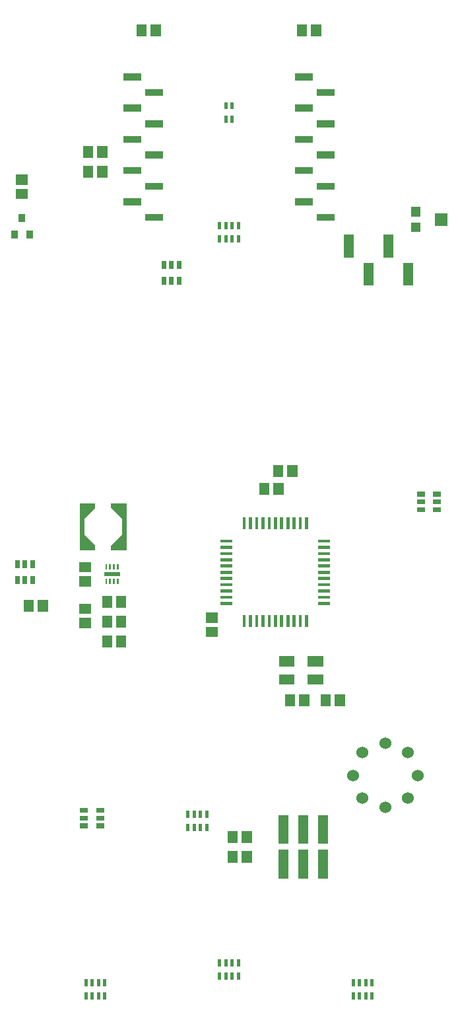
<source format=gbr>
G04 start of page 10 for group -4015 idx -4015 *
G04 Title: (unknown), toppaste *
G04 Creator: pcb 20140316 *
G04 CreationDate: Thu 09 Feb 2017 01:57:55 AM GMT UTC *
G04 For: railfan *
G04 Format: Gerber/RS-274X *
G04 PCB-Dimensions (mil): 2750.00 5500.00 *
G04 PCB-Coordinate-Origin: lower left *
%MOIN*%
%FSLAX25Y25*%
%LNTOPPASTE*%
%ADD138R,0.0350X0.0350*%
%ADD137C,0.0600*%
%ADD136R,0.0500X0.0500*%
%ADD135R,0.0340X0.0340*%
%ADD134C,0.0001*%
%ADD133R,0.0230X0.0230*%
%ADD132R,0.0197X0.0197*%
%ADD131R,0.0098X0.0098*%
%ADD130R,0.0512X0.0512*%
%ADD129R,0.0240X0.0240*%
%ADD128R,0.0630X0.0630*%
%ADD127R,0.0470X0.0470*%
%ADD126R,0.0167X0.0167*%
%ADD125R,0.0157X0.0157*%
G54D125*X145252Y243028D02*Y238602D01*
X148401Y243028D02*Y238602D01*
X151551Y243028D02*Y238602D01*
X154700Y243028D02*Y238602D01*
X157850Y243028D02*Y238602D01*
X161000Y243028D02*Y238602D01*
X164149Y243028D02*Y238602D01*
X167299Y243028D02*Y238602D01*
X170448Y243028D02*Y238602D01*
X173598Y243028D02*Y238602D01*
X176748Y243028D02*Y238602D01*
X183472Y249752D02*X187898D01*
X183472Y252901D02*X187898D01*
X183472Y256051D02*X187898D01*
X183472Y259200D02*X187898D01*
X183472Y262350D02*X187898D01*
X183472Y265500D02*X187898D01*
X183472Y268649D02*X187898D01*
X183472Y271799D02*X187898D01*
X183472Y274948D02*X187898D01*
X183472Y278098D02*X187898D01*
X183472Y281248D02*X187898D01*
X176748Y292398D02*Y287972D01*
X173599Y292398D02*Y287972D01*
X170449Y292398D02*Y287972D01*
X167300Y292398D02*Y287972D01*
X164150Y292398D02*Y287972D01*
X161000Y292398D02*Y287972D01*
X157851Y292398D02*Y287972D01*
X154701Y292398D02*Y287972D01*
X151552Y292398D02*Y287972D01*
X148402Y292398D02*Y287972D01*
X145252Y292398D02*Y287972D01*
X134102Y281248D02*X138528D01*
X134102Y278099D02*X138528D01*
X134102Y274949D02*X138528D01*
X134102Y271800D02*X138528D01*
X134102Y268650D02*X138528D01*
X134102Y265500D02*X138528D01*
X134102Y262351D02*X138528D01*
X134102Y259201D02*X138528D01*
X134102Y256052D02*X138528D01*
X134102Y252902D02*X138528D01*
X134102Y249752D02*X138528D01*
G54D126*X132776Y434587D02*Y432717D01*
X135925Y434587D02*Y432717D01*
X139075Y434587D02*Y432717D01*
X142224Y434587D02*Y432717D01*
Y441283D02*Y439413D01*
X139075Y441283D02*Y439413D01*
X135925Y441283D02*Y439413D01*
X132776Y441283D02*Y439413D01*
G54D127*X231950Y447401D02*Y447400D01*
Y439600D02*Y439599D01*
G54D128*X244750Y443500D02*Y443499D01*
G54D126*X65276Y52587D02*Y50717D01*
X68425Y52587D02*Y50717D01*
X71575Y52587D02*Y50717D01*
X74724Y52587D02*Y50717D01*
Y59283D02*Y57413D01*
X71575Y59283D02*Y57413D01*
X68425Y59283D02*Y57413D01*
X65276Y59283D02*Y57413D01*
X200276Y52587D02*Y50717D01*
X203425Y52587D02*Y50717D01*
X206575Y52587D02*Y50717D01*
X209724Y52587D02*Y50717D01*
Y59283D02*Y57413D01*
X206575Y59283D02*Y57413D01*
X203425Y59283D02*Y57413D01*
X200276Y59283D02*Y57413D01*
G54D129*X30600Y262300D02*Y260700D01*
X34500Y262300D02*Y260700D01*
X38400Y262300D02*Y260700D01*
Y270500D02*Y268900D01*
X34500Y270500D02*Y268900D01*
X30600Y270500D02*Y268900D01*
G54D130*X36457Y248893D02*Y248107D01*
X43543Y248893D02*Y248107D01*
X75957Y250893D02*Y250107D01*
X83043Y250893D02*Y250107D01*
Y230893D02*Y230107D01*
X75957Y230893D02*Y230107D01*
X83043Y240893D02*Y240107D01*
X75957Y240893D02*Y240107D01*
X64607Y247043D02*X65393D01*
X64607Y239957D02*X65393D01*
G54D131*X75547Y261744D02*Y259972D01*
X77516Y261744D02*Y259972D01*
X79484Y261744D02*Y259972D01*
X81453Y261744D02*Y259972D01*
Y269028D02*Y267256D01*
X79484Y269028D02*Y267256D01*
X77516Y269028D02*Y267256D01*
X75547Y269028D02*Y267256D01*
G54D132*Y264500D02*X81453D01*
G54D130*X64607Y268043D02*X65393D01*
X64607Y260957D02*X65393D01*
G54D133*X63300Y299200D02*Y277800D01*
X68900D01*
X63300Y299200D02*X68900D01*
X84700D02*Y277800D01*
X79100D02*X84700D01*
X79100Y299200D02*X84700D01*
G54D134*G36*
X64450Y284544D02*X70044Y278950D01*
X67923Y276829D01*
X62329Y282423D01*
X64450Y284544D01*
G37*
G36*
X62329Y294577D02*X67923Y300171D01*
X70044Y298050D01*
X64450Y292456D01*
X62329Y294577D01*
G37*
G36*
X77956Y278950D02*X83550Y284544D01*
X85671Y282423D01*
X80077Y276829D01*
X77956Y278950D01*
G37*
G36*
X80077Y300171D02*X85671Y294577D01*
X83550Y292456D01*
X77956Y298050D01*
X80077Y300171D01*
G37*
G36*
X62650Y280750D02*Y277150D01*
X66250D01*
Y280750D01*
X62650D01*
G37*
G36*
Y299850D02*Y296250D01*
X66250D01*
Y299850D01*
X62650D01*
G37*
G36*
X81750Y280750D02*Y277150D01*
X85350D01*
Y280750D01*
X81750D01*
G37*
G36*
Y299850D02*Y296250D01*
X85350D01*
Y299850D01*
X81750D01*
G37*
G54D135*X29100Y436300D02*Y435700D01*
X36900Y436300D02*Y435700D01*
X33000Y444500D02*Y443900D01*
G54D130*X32607Y456457D02*X33393D01*
X32607Y463543D02*X33393D01*
X193543Y201393D02*Y200607D01*
X186457Y201393D02*Y200607D01*
X168457Y201393D02*Y200607D01*
X175543Y201393D02*Y200607D01*
X128607Y242543D02*X129393D01*
X128607Y235457D02*X129393D01*
X169543Y316893D02*Y316107D01*
X162457Y316893D02*Y316107D01*
X155457Y307893D02*Y307107D01*
X162543Y307893D02*Y307107D01*
G54D126*X132776Y62587D02*Y60717D01*
X135925Y62587D02*Y60717D01*
X139075Y62587D02*Y60717D01*
X142224Y62587D02*Y60717D01*
Y69283D02*Y67413D01*
X139075Y69283D02*Y67413D01*
X135925Y69283D02*Y67413D01*
X132776Y69283D02*Y67413D01*
G54D130*X73543Y467893D02*Y467107D01*
X66457Y467893D02*Y467107D01*
X73543Y477893D02*Y477107D01*
X66457Y477893D02*Y477107D01*
G54D136*X165000Y123004D02*Y113516D01*
X175000Y123004D02*Y113516D01*
X185000Y123004D02*Y113516D01*
Y140484D02*Y130996D01*
X175000Y140484D02*Y130996D01*
X165000Y140484D02*Y130996D01*
G54D130*X139457Y122393D02*Y121607D01*
X146543Y122393D02*Y121607D01*
X139457Y132393D02*Y131607D01*
X146543Y132393D02*Y131607D01*
G54D126*X116776Y137587D02*Y135717D01*
X119925Y137587D02*Y135717D01*
X123075Y137587D02*Y135717D01*
X126224Y137587D02*Y135717D01*
Y144283D02*Y142413D01*
X123075Y144283D02*Y142413D01*
X119925Y144283D02*Y142413D01*
X116776Y144283D02*Y142413D01*
X135925Y495087D02*Y493217D01*
X139075Y495087D02*Y493217D01*
Y501783D02*Y499913D01*
X135925Y501783D02*Y499913D01*
G54D136*X198000Y433413D02*Y426760D01*
X208000Y419240D02*Y412587D01*
X218000Y433413D02*Y426760D01*
X228000Y419240D02*Y412587D01*
G54D130*X179906Y220528D02*X182661D01*
X165339D02*X168094D01*
X165339Y211472D02*X168094D01*
X179906D02*X182661D01*
X93457Y539393D02*Y538607D01*
X100543Y539393D02*Y538607D01*
X181543Y539393D02*Y538607D01*
X174457Y539393D02*Y538607D01*
G54D137*X216500Y179250D03*
Y146750D03*
X200250Y163000D03*
X232750D03*
X205010Y151510D03*
X227990D03*
X205010Y174490D03*
X227990D03*
G54D138*X85945Y515433D02*X91457D01*
X85945Y499685D02*X91457D01*
X85945Y483937D02*X91457D01*
X85945Y468189D02*X91457D01*
X85945Y452441D02*X91457D01*
X96929Y444567D02*X102441D01*
X96929Y460315D02*X102441D01*
X96929Y476063D02*X102441D01*
X96929Y491811D02*X102441D01*
X96929Y507559D02*X102441D01*
X172559Y515433D02*X178071D01*
X172559Y499685D02*X178071D01*
X172559Y483937D02*X178071D01*
X172559Y468189D02*X178071D01*
X172559Y452441D02*X178071D01*
X183543Y444567D02*X189055D01*
X183543Y460315D02*X189055D01*
X183543Y476063D02*X189055D01*
X183543Y491811D02*X189055D01*
X183543Y507559D02*X189055D01*
G54D129*X104600Y413300D02*Y411700D01*
X108500Y413300D02*Y411700D01*
X112400Y413300D02*Y411700D01*
Y421500D02*Y419900D01*
X108500Y421500D02*Y419900D01*
X104600Y421500D02*Y419900D01*
X233700Y304900D02*X235300D01*
X233700Y301000D02*X235300D01*
X233700Y297100D02*X235300D01*
X241900D02*X243500D01*
X241900Y301000D02*X243500D01*
X241900Y304900D02*X243500D01*
X71700Y137600D02*X73300D01*
X71700Y141500D02*X73300D01*
X71700Y145400D02*X73300D01*
X63500D02*X65100D01*
X63500Y141500D02*X65100D01*
X63500Y137600D02*X65100D01*
M02*

</source>
